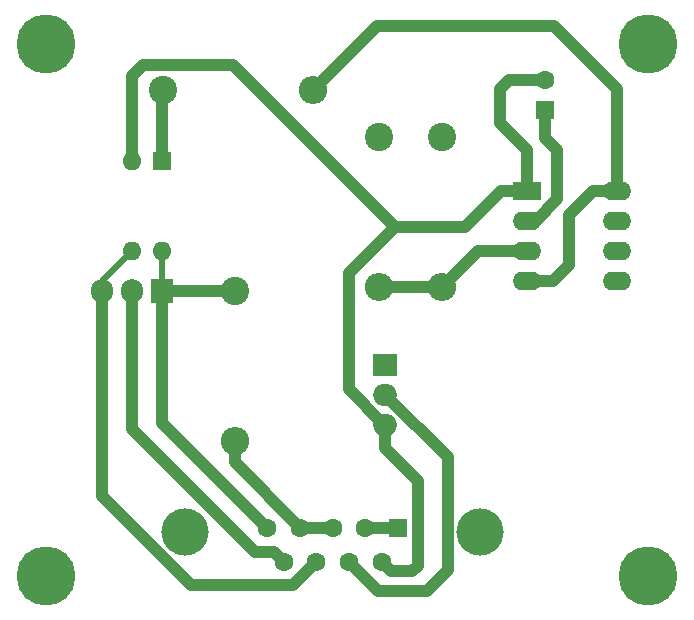
<source format=gbr>
G04 #@! TF.GenerationSoftware,KiCad,Pcbnew,(5.0.2)-1*
G04 #@! TF.CreationDate,2019-02-20T00:52:58+02:00*
G04 #@! TF.ProjectId,TSAL_SMD,5453414c-5f53-44d4-942e-6b696361645f,rev?*
G04 #@! TF.SameCoordinates,Original*
G04 #@! TF.FileFunction,Copper,L1,Top*
G04 #@! TF.FilePolarity,Positive*
%FSLAX46Y46*%
G04 Gerber Fmt 4.6, Leading zero omitted, Abs format (unit mm)*
G04 Created by KiCad (PCBNEW (5.0.2)-1) date 2/20/2019 12:52:58 AM*
%MOMM*%
%LPD*%
G01*
G04 APERTURE LIST*
G04 #@! TA.AperFunction,ComponentPad*
%ADD10C,2.400000*%
G04 #@! TD*
G04 #@! TA.AperFunction,ComponentPad*
%ADD11O,2.400000X2.400000*%
G04 #@! TD*
G04 #@! TA.AperFunction,ComponentPad*
%ADD12R,1.600000X1.600000*%
G04 #@! TD*
G04 #@! TA.AperFunction,ComponentPad*
%ADD13C,1.600000*%
G04 #@! TD*
G04 #@! TA.AperFunction,ComponentPad*
%ADD14C,4.000000*%
G04 #@! TD*
G04 #@! TA.AperFunction,ComponentPad*
%ADD15R,2.000000X1.905000*%
G04 #@! TD*
G04 #@! TA.AperFunction,ComponentPad*
%ADD16O,2.000000X1.905000*%
G04 #@! TD*
G04 #@! TA.AperFunction,ComponentPad*
%ADD17O,1.905000X2.000000*%
G04 #@! TD*
G04 #@! TA.AperFunction,ComponentPad*
%ADD18R,1.905000X2.000000*%
G04 #@! TD*
G04 #@! TA.AperFunction,ComponentPad*
%ADD19R,2.400000X1.600000*%
G04 #@! TD*
G04 #@! TA.AperFunction,ComponentPad*
%ADD20O,2.400000X1.600000*%
G04 #@! TD*
G04 #@! TA.AperFunction,ComponentPad*
%ADD21O,1.600000X1.600000*%
G04 #@! TD*
G04 #@! TA.AperFunction,ViaPad*
%ADD22C,5.000000*%
G04 #@! TD*
G04 #@! TA.AperFunction,Conductor*
%ADD23C,1.000000*%
G04 #@! TD*
G04 #@! TA.AperFunction,Conductor*
%ADD24C,0.500000*%
G04 #@! TD*
G04 APERTURE END LIST*
D10*
G04 #@! TO.P,R3,1*
G04 #@! TO.N,Net-(R3-Pad1)*
X54864000Y-41910000D03*
D11*
G04 #@! TO.P,R3,2*
G04 #@! TO.N,+12V*
X67564000Y-41910000D03*
G04 #@! TD*
D12*
G04 #@! TO.P,J1,1*
G04 #@! TO.N,+12V*
X74803000Y-78994000D03*
D13*
G04 #@! TO.P,J1,2*
X72033000Y-78994000D03*
G04 #@! TO.P,J1,3*
G04 #@! TO.N,+12L*
X69263000Y-78994000D03*
G04 #@! TO.P,J1,4*
X66493000Y-78994000D03*
G04 #@! TO.P,J1,5*
G04 #@! TO.N,/GREEN_LED_ON*
X63723000Y-78994000D03*
G04 #@! TO.P,J1,6*
G04 #@! TO.N,GNDPWR*
X73418000Y-81834000D03*
G04 #@! TO.P,J1,7*
G04 #@! TO.N,/RED_LED-*
X70648000Y-81834000D03*
G04 #@! TO.P,J1,8*
G04 #@! TO.N,GND*
X67878000Y-81834000D03*
G04 #@! TO.P,J1,9*
G04 #@! TO.N,/GREEN_LED-*
X65108000Y-81834000D03*
D14*
G04 #@! TO.P,J1,0*
G04 #@! TO.N,Net-(J1-Pad0)*
X56763000Y-79294000D03*
X81763000Y-79294000D03*
G04 #@! TD*
D12*
G04 #@! TO.P,C1,1*
G04 #@! TO.N,Net-(C1-Pad1)*
X87249000Y-43561000D03*
D13*
G04 #@! TO.P,C1,2*
G04 #@! TO.N,GNDPWR*
X87249000Y-41061000D03*
G04 #@! TD*
D15*
G04 #@! TO.P,Q1,1*
G04 #@! TO.N,Net-(Q1-Pad1)*
X73660000Y-65151000D03*
D16*
G04 #@! TO.P,Q1,2*
G04 #@! TO.N,/RED_LED-*
X73660000Y-67691000D03*
G04 #@! TO.P,Q1,3*
G04 #@! TO.N,GNDPWR*
X73660000Y-70231000D03*
G04 #@! TD*
D17*
G04 #@! TO.P,Q2,3*
G04 #@! TO.N,GND*
X49735000Y-58879000D03*
G04 #@! TO.P,Q2,2*
G04 #@! TO.N,/GREEN_LED-*
X52275000Y-58879000D03*
D18*
G04 #@! TO.P,Q2,1*
G04 #@! TO.N,/GREEN_LED_ON*
X54815000Y-58879000D03*
G04 #@! TD*
D11*
G04 #@! TO.P,R1,2*
G04 #@! TO.N,Net-(R1-Pad2)*
X78486000Y-58547000D03*
D10*
G04 #@! TO.P,R1,1*
G04 #@! TO.N,Net-(C1-Pad1)*
X78486000Y-45847000D03*
G04 #@! TD*
G04 #@! TO.P,R2,1*
G04 #@! TO.N,Net-(Q1-Pad1)*
X73152000Y-45847000D03*
D11*
G04 #@! TO.P,R2,2*
G04 #@! TO.N,Net-(R1-Pad2)*
X73152000Y-58547000D03*
G04 #@! TD*
G04 #@! TO.P,R4,2*
G04 #@! TO.N,+12L*
X60960000Y-71628000D03*
D10*
G04 #@! TO.P,R4,1*
G04 #@! TO.N,/GREEN_LED_ON*
X60960000Y-58928000D03*
G04 #@! TD*
D19*
G04 #@! TO.P,U1,1*
G04 #@! TO.N,GNDPWR*
X85725000Y-50419000D03*
D20*
G04 #@! TO.P,U1,5*
G04 #@! TO.N,Net-(U1-Pad5)*
X93345000Y-58039000D03*
G04 #@! TO.P,U1,2*
G04 #@! TO.N,Net-(C1-Pad1)*
X85725000Y-52959000D03*
G04 #@! TO.P,U1,6*
X93345000Y-55499000D03*
G04 #@! TO.P,U1,3*
G04 #@! TO.N,Net-(R1-Pad2)*
X85725000Y-55499000D03*
G04 #@! TO.P,U1,7*
G04 #@! TO.N,Net-(U1-Pad7)*
X93345000Y-52959000D03*
G04 #@! TO.P,U1,4*
G04 #@! TO.N,+12V*
X85725000Y-58039000D03*
G04 #@! TO.P,U1,8*
X93345000Y-50419000D03*
G04 #@! TD*
D12*
G04 #@! TO.P,U2,1*
G04 #@! TO.N,Net-(R3-Pad1)*
X54815000Y-47879000D03*
D21*
G04 #@! TO.P,U2,3*
G04 #@! TO.N,GND*
X52275000Y-55499000D03*
G04 #@! TO.P,U2,2*
G04 #@! TO.N,GNDPWR*
X52275000Y-47879000D03*
G04 #@! TO.P,U2,4*
G04 #@! TO.N,/GREEN_LED_ON*
X54815000Y-55499000D03*
G04 #@! TD*
D22*
G04 #@! TO.N,*
X45000000Y-38000000D03*
X96000000Y-38000000D03*
X96000000Y-83000000D03*
X45000000Y-83000000D03*
G04 #@! TD*
D23*
G04 #@! TO.N,Net-(C1-Pad1)*
X86445002Y-52959000D02*
X85725000Y-52959000D01*
X88265000Y-51139002D02*
X86445002Y-52959000D01*
X88265000Y-46990000D02*
X88265000Y-51139002D01*
X87249000Y-43561000D02*
X87249000Y-45974000D01*
X87249000Y-45974000D02*
X88265000Y-46990000D01*
G04 #@! TO.N,GNDPWR*
X52275000Y-47879000D02*
X52275000Y-40689000D01*
X52275000Y-40689000D02*
X53213000Y-39751000D01*
X60833000Y-39751000D02*
X74549000Y-53467000D01*
X53213000Y-39751000D02*
X60833000Y-39751000D01*
X74549000Y-53467000D02*
X70612000Y-57404000D01*
X75989001Y-82633999D02*
X76454000Y-82169000D01*
X73418000Y-81834000D02*
X74217999Y-82633999D01*
X74217999Y-82633999D02*
X75989001Y-82633999D01*
X73612500Y-70231000D02*
X73660000Y-70231000D01*
X70612000Y-67230500D02*
X73612500Y-70231000D01*
X70612000Y-57404000D02*
X70612000Y-67230500D01*
X73660000Y-72183500D02*
X73660000Y-70231000D01*
X76454000Y-74977500D02*
X73660000Y-72183500D01*
X76454000Y-82169000D02*
X76454000Y-74977500D01*
X84161000Y-41061000D02*
X87249000Y-41061000D01*
X83439000Y-41783000D02*
X84161000Y-41061000D01*
X83439000Y-44704000D02*
X83439000Y-41783000D01*
X85725000Y-50419000D02*
X85725000Y-46990000D01*
X85725000Y-46990000D02*
X83439000Y-44704000D01*
X80477000Y-53467000D02*
X74549000Y-53467000D01*
X83525000Y-50419000D02*
X80477000Y-53467000D01*
X85725000Y-50419000D02*
X83525000Y-50419000D01*
G04 #@! TO.N,/RED_LED-*
X73142000Y-84328000D02*
X70648000Y-81834000D01*
X77216000Y-84328000D02*
X73142000Y-84328000D01*
X78994000Y-82550000D02*
X77216000Y-84328000D01*
X78994000Y-72977500D02*
X78994000Y-82550000D01*
X73707500Y-67691000D02*
X78994000Y-72977500D01*
X73660000Y-67691000D02*
X73707500Y-67691000D01*
D24*
G04 #@! TO.N,GND*
X49735000Y-58039000D02*
X52275000Y-55499000D01*
X49735000Y-58879000D02*
X49735000Y-58039000D01*
D23*
X65892000Y-83820000D02*
X67878000Y-81834000D01*
X57292998Y-83820000D02*
X65892000Y-83820000D01*
X49735000Y-58879000D02*
X49735000Y-76262002D01*
X49735000Y-76262002D02*
X57292998Y-83820000D01*
G04 #@! TO.N,/GREEN_LED-*
X52275000Y-58879000D02*
X52275000Y-69774000D01*
X52275000Y-70616070D02*
X52275000Y-69774000D01*
X62692931Y-81034001D02*
X52275000Y-70616070D01*
X64308001Y-81034001D02*
X62692931Y-81034001D01*
X65108000Y-81834000D02*
X64308001Y-81034001D01*
D24*
G04 #@! TO.N,/GREEN_LED_ON*
X54815000Y-58879000D02*
X54815000Y-55499000D01*
D23*
X60911000Y-58879000D02*
X60960000Y-58928000D01*
X54815000Y-58879000D02*
X60911000Y-58879000D01*
X56896000Y-72167000D02*
X63723000Y-78994000D01*
X54815000Y-58879000D02*
X54815000Y-70086000D01*
X54815000Y-70086000D02*
X56896000Y-72167000D01*
G04 #@! TO.N,Net-(R1-Pad2)*
X78486000Y-58547000D02*
X73152000Y-58547000D01*
X81788000Y-55499000D02*
X85725000Y-55499000D01*
X78486000Y-58547000D02*
X81534000Y-55499000D01*
X81534000Y-55499000D02*
X81788000Y-55499000D01*
G04 #@! TO.N,+12V*
X87925000Y-58039000D02*
X85725000Y-58039000D01*
X89281000Y-56683000D02*
X87925000Y-58039000D01*
X89281000Y-52451000D02*
X89281000Y-56683000D01*
X91313000Y-50419000D02*
X89281000Y-52451000D01*
X93345000Y-50419000D02*
X91313000Y-50419000D01*
X72033000Y-78994000D02*
X74803000Y-78994000D01*
X93345000Y-41783000D02*
X93345000Y-50419000D01*
X88011000Y-36449000D02*
X93345000Y-41783000D01*
X67564000Y-41910000D02*
X73025000Y-36449000D01*
X73025000Y-36449000D02*
X88011000Y-36449000D01*
G04 #@! TO.N,+12L*
X69263000Y-78994000D02*
X66493000Y-78994000D01*
X66493000Y-78939000D02*
X66493000Y-78994000D01*
X60960000Y-71628000D02*
X60960000Y-73406000D01*
X60960000Y-73406000D02*
X66493000Y-78939000D01*
G04 #@! TO.N,Net-(R3-Pad1)*
X54815000Y-41959000D02*
X54864000Y-41910000D01*
X54815000Y-47879000D02*
X54815000Y-41959000D01*
G04 #@! TD*
M02*

</source>
